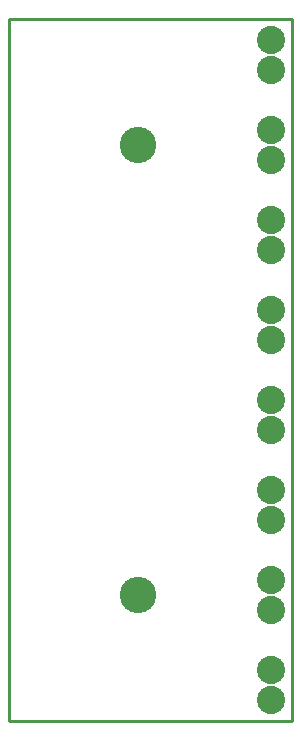
<source format=gbs>
G04 #@! TF.FileFunction,Soldermask,Bot*
%FSLAX46Y46*%
G04 Gerber Fmt 4.6, Leading zero omitted, Abs format (unit mm)*
G04 Created by KiCad (PCBNEW 0.201504221001+5618~22~ubuntu14.04.1-product) date Thu 30 Apr 2015 05:03:49 PM EDT*
%MOMM*%
G01*
G04 APERTURE LIST*
%ADD10C,0.100000*%
%ADD11C,0.228600*%
%ADD12C,2.387600*%
%ADD13C,3.092400*%
G04 APERTURE END LIST*
D10*
D11*
X25400000Y-84836000D02*
X49364900Y-84836000D01*
X49364900Y-25400000D02*
X49364900Y-84836000D01*
X25400000Y-25400000D02*
X25400000Y-84836000D01*
X25400000Y-25400000D02*
X49364900Y-25400000D01*
D12*
X47586900Y-80518000D03*
X47586900Y-83058000D03*
X47586900Y-72898000D03*
X47586900Y-75438000D03*
X47586900Y-65278000D03*
X47586900Y-67818000D03*
X47586900Y-57658000D03*
X47586900Y-60198000D03*
X47586900Y-50038000D03*
X47586900Y-52578000D03*
X47586900Y-42418000D03*
X47586900Y-44958000D03*
X47586900Y-34798000D03*
X47586900Y-37338000D03*
X47586900Y-27178000D03*
X47586900Y-29718000D03*
D13*
X36334700Y-74168000D03*
X36334700Y-36068000D03*
M02*

</source>
